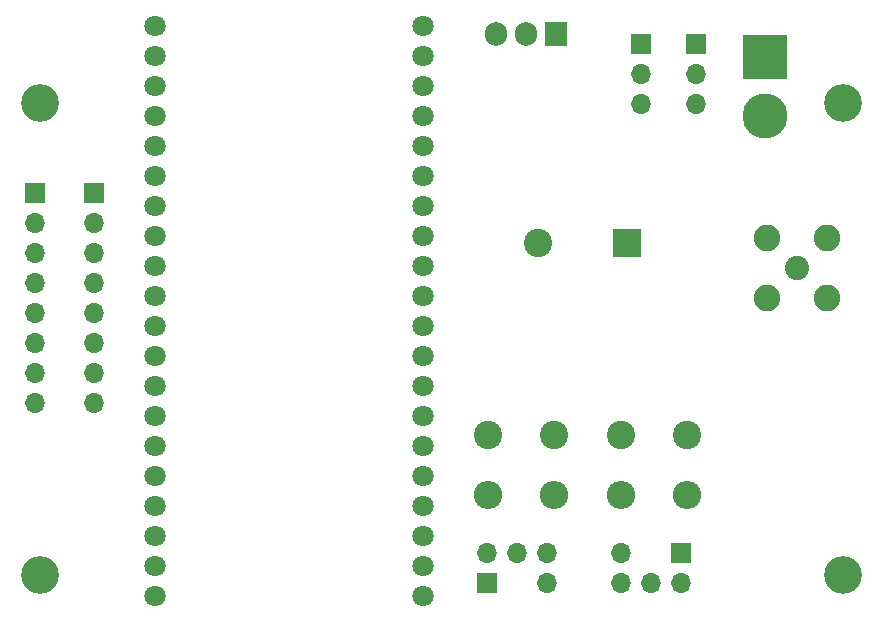
<source format=gbr>
%TF.GenerationSoftware,KiCad,Pcbnew,7.0.1*%
%TF.CreationDate,2023-10-17T15:07:37+02:00*%
%TF.ProjectId,dual-cam-pcb,6475616c-2d63-4616-9d2d-7063622e6b69,rev?*%
%TF.SameCoordinates,Original*%
%TF.FileFunction,Soldermask,Top*%
%TF.FilePolarity,Negative*%
%FSLAX46Y46*%
G04 Gerber Fmt 4.6, Leading zero omitted, Abs format (unit mm)*
G04 Created by KiCad (PCBNEW 7.0.1) date 2023-10-17 15:07:37*
%MOMM*%
%LPD*%
G01*
G04 APERTURE LIST*
%ADD10C,2.400000*%
%ADD11O,2.400000X2.400000*%
%ADD12C,2.050000*%
%ADD13C,2.250000*%
%ADD14C,3.200000*%
%ADD15R,1.700000X1.700000*%
%ADD16O,1.700000X1.700000*%
%ADD17C,1.800000*%
%ADD18R,1.905000X2.000000*%
%ADD19O,1.905000X2.000000*%
%ADD20R,3.800000X3.800000*%
%ADD21C,3.800000*%
%ADD22R,2.400000X2.400000*%
G04 APERTURE END LIST*
D10*
%TO.C,R14*%
X132720000Y-92200000D03*
D11*
X132720000Y-97280000D03*
%TD*%
D12*
%TO.C,J3*%
X142000000Y-78100000D03*
D13*
X139460000Y-80640000D03*
X144540000Y-80640000D03*
X139460000Y-75560000D03*
X144540000Y-75560000D03*
%TD*%
D14*
%TO.C,REF\u002A\u002A*%
X145900000Y-64100000D03*
%TD*%
D10*
%TO.C,R16*%
X121440000Y-92200000D03*
D11*
X121440000Y-97280000D03*
%TD*%
D10*
%TO.C,R15*%
X127080000Y-92200000D03*
D11*
X127080000Y-97280000D03*
%TD*%
D15*
%TO.C,J2*%
X77500000Y-71780000D03*
D16*
X77500000Y-74320000D03*
X77500000Y-76860000D03*
X77500000Y-79400000D03*
X77500000Y-81940000D03*
X77500000Y-84480000D03*
X77500000Y-87020000D03*
X77500000Y-89560000D03*
%TD*%
D15*
%TO.C,J4*%
X132200000Y-102200000D03*
D16*
X132200000Y-104740000D03*
X129660000Y-104740000D03*
X127120000Y-102200000D03*
X127120000Y-104740000D03*
%TD*%
D17*
%TO.C,U1*%
X110305000Y-105825000D03*
X110305000Y-103285000D03*
X110305000Y-100745000D03*
X110305000Y-98205000D03*
X110305000Y-95665000D03*
X110305000Y-93125000D03*
X110305000Y-90585000D03*
X110305000Y-88045000D03*
X110305000Y-85505000D03*
X110305000Y-82965000D03*
X110305000Y-80425000D03*
X110305000Y-77885000D03*
X110305000Y-75345000D03*
X110305000Y-72805000D03*
X110305000Y-70265000D03*
X110305000Y-67725000D03*
X110305000Y-65185000D03*
X110305000Y-62645000D03*
X110305000Y-60105000D03*
X110305000Y-57565000D03*
X87645000Y-57565000D03*
X87645000Y-60105000D03*
X87645000Y-62645000D03*
X87645000Y-65185000D03*
X87645000Y-67725000D03*
X87645000Y-70265000D03*
X87645000Y-72805000D03*
X87645000Y-75345000D03*
X87645000Y-77885000D03*
X87645000Y-80425000D03*
X87645000Y-82965000D03*
X87645000Y-85505000D03*
X87645000Y-88045000D03*
X87645000Y-90585000D03*
X87645000Y-93125000D03*
X87645000Y-95665000D03*
X87645000Y-98205000D03*
X87645000Y-100745000D03*
X87645000Y-103285000D03*
X87645000Y-105825000D03*
%TD*%
D18*
%TO.C,U4*%
X121580000Y-58300000D03*
D19*
X119040000Y-58300000D03*
X116500000Y-58300000D03*
%TD*%
D15*
%TO.C,J5*%
X115775000Y-104740000D03*
D16*
X115775000Y-102200000D03*
X118315000Y-102200000D03*
X120855000Y-104740000D03*
X120855000Y-102200000D03*
%TD*%
D20*
%TO.C,J8*%
X139250000Y-60250000D03*
D21*
X139250000Y-65250000D03*
%TD*%
D22*
%TO.C,C3*%
X127600000Y-76000000D03*
D10*
X120100000Y-76000000D03*
%TD*%
D14*
%TO.C,REF\u002A\u002A*%
X77900000Y-104100000D03*
%TD*%
D15*
%TO.C,J7*%
X133450000Y-59120000D03*
D16*
X133450000Y-61660000D03*
X133450000Y-64200000D03*
%TD*%
D14*
%TO.C,REF\u002A\u002A*%
X145900000Y-104100000D03*
%TD*%
D10*
%TO.C,R17*%
X115800000Y-92200000D03*
D11*
X115800000Y-97280000D03*
%TD*%
D15*
%TO.C,J6*%
X128800000Y-59120000D03*
D16*
X128800000Y-61660000D03*
X128800000Y-64200000D03*
%TD*%
D14*
%TO.C,REF\u002A\u002A*%
X77900000Y-64100000D03*
%TD*%
D15*
%TO.C,J1*%
X82500000Y-71700000D03*
D16*
X82500000Y-74240000D03*
X82500000Y-76780000D03*
X82500000Y-79320000D03*
X82500000Y-81860000D03*
X82500000Y-84400000D03*
X82500000Y-86940000D03*
X82500000Y-89480000D03*
%TD*%
M02*

</source>
